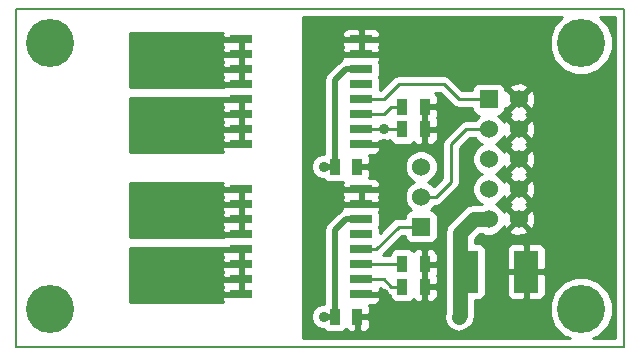
<source format=gtl>
G04 (created by PCBNEW (2013-mar-13)-testing) date Thu 04 Apr 2013 06:28:06 PM CEST*
%MOIN*%
G04 Gerber Fmt 3.4, Leading zero omitted, Abs format*
%FSLAX34Y34*%
G01*
G70*
G90*
G04 APERTURE LIST*
%ADD10C,0.006*%
%ADD11C,0.00590551*%
%ADD12R,0.075X0.025*%
%ADD13R,0.035X0.055*%
%ADD14R,0.06X0.06*%
%ADD15C,0.06*%
%ADD16R,0.1X0.1*%
%ADD17C,0.1*%
%ADD18C,0.16*%
%ADD19R,0.08X0.14*%
%ADD20C,0.035*%
%ADD21C,0.01*%
%ADD22C,0.05*%
%ADD23C,0.02*%
G04 APERTURE END LIST*
G54D10*
G54D11*
X90000Y-64250D02*
X90000Y-53000D01*
X69750Y-64250D02*
X69750Y-53000D01*
X90000Y-53000D02*
X69750Y-53000D01*
X69750Y-64250D02*
X90000Y-64250D01*
G54D12*
X77250Y-59000D03*
X77250Y-59500D03*
X77250Y-60000D03*
X77250Y-60500D03*
X77250Y-61000D03*
X77250Y-61500D03*
X77250Y-62000D03*
X77250Y-62500D03*
X81250Y-62500D03*
X81250Y-62000D03*
X81250Y-61500D03*
X81250Y-61000D03*
X81250Y-60500D03*
X81250Y-60000D03*
X81250Y-59500D03*
X81250Y-59000D03*
X77250Y-54000D03*
X77250Y-54500D03*
X77250Y-55000D03*
X77250Y-55500D03*
X77250Y-56000D03*
X77250Y-56500D03*
X77250Y-57000D03*
X77250Y-57500D03*
X81250Y-57500D03*
X81250Y-57000D03*
X81250Y-56500D03*
X81250Y-56000D03*
X81250Y-55500D03*
X81250Y-55000D03*
X81250Y-54500D03*
X81250Y-54000D03*
G54D13*
X82625Y-56250D03*
X83375Y-56250D03*
X82625Y-57000D03*
X83375Y-57000D03*
X82625Y-61500D03*
X83375Y-61500D03*
X82625Y-62250D03*
X83375Y-62250D03*
X80375Y-63250D03*
X81125Y-63250D03*
X80375Y-58250D03*
X81125Y-58250D03*
G54D14*
X85500Y-56000D03*
G54D15*
X86500Y-56000D03*
X85500Y-57000D03*
X86500Y-57000D03*
X85500Y-58000D03*
X86500Y-58000D03*
X85500Y-59000D03*
X86500Y-59000D03*
X85500Y-60000D03*
X86500Y-60000D03*
G54D14*
X83250Y-60250D03*
G54D15*
X83250Y-59250D03*
X83250Y-58250D03*
G54D16*
X75000Y-54750D03*
G54D17*
X75000Y-56750D03*
G54D16*
X75000Y-59750D03*
G54D17*
X75000Y-61750D03*
G54D18*
X70866Y-62992D03*
X70866Y-54133D03*
X88582Y-54133D03*
X88582Y-62992D03*
G54D19*
X84750Y-61750D03*
X86750Y-61750D03*
G54D20*
X82000Y-57000D03*
X84000Y-57000D03*
X82000Y-62500D03*
X82000Y-59000D03*
X82000Y-57500D03*
X84500Y-63250D03*
X80000Y-63250D03*
X80000Y-58250D03*
G54D21*
X81250Y-56000D02*
X82000Y-56000D01*
X84500Y-56000D02*
X85500Y-56000D01*
X84000Y-55500D02*
X84500Y-56000D01*
X82500Y-55500D02*
X84000Y-55500D01*
X82000Y-56000D02*
X82500Y-55500D01*
X81250Y-61000D02*
X81750Y-61000D01*
X82500Y-60250D02*
X83250Y-60250D01*
X81750Y-61000D02*
X82500Y-60250D01*
X82000Y-57000D02*
X82625Y-57000D01*
X81250Y-57000D02*
X82625Y-57000D01*
X81250Y-62000D02*
X82000Y-62000D01*
X82250Y-62250D02*
X82625Y-62250D01*
X82000Y-62000D02*
X82250Y-62250D01*
X83375Y-57000D02*
X84000Y-57000D01*
X81250Y-62500D02*
X82000Y-62500D01*
X81250Y-59000D02*
X82000Y-59000D01*
X81250Y-57500D02*
X82000Y-57500D01*
X81250Y-56500D02*
X82000Y-56500D01*
X82250Y-56250D02*
X82625Y-56250D01*
X82000Y-56500D02*
X82250Y-56250D01*
X83250Y-59250D02*
X83750Y-59250D01*
X84750Y-57000D02*
X85500Y-57000D01*
X84250Y-57500D02*
X84750Y-57000D01*
X84250Y-58750D02*
X84250Y-57500D01*
X83750Y-59250D02*
X84250Y-58750D01*
X81250Y-61500D02*
X82625Y-61500D01*
G54D22*
X85500Y-60000D02*
X85000Y-60000D01*
X84550Y-63200D02*
X84550Y-62000D01*
X84500Y-63250D02*
X84550Y-63200D01*
X84550Y-62000D02*
X84550Y-60950D01*
X84550Y-60450D02*
X84550Y-60950D01*
X85000Y-60000D02*
X84550Y-60450D01*
G54D23*
X80000Y-63250D02*
X80375Y-63250D01*
X80000Y-58250D02*
X80375Y-58250D01*
X81250Y-60000D02*
X80750Y-60000D01*
X80750Y-60000D02*
X80375Y-60375D01*
X80375Y-60375D02*
X80375Y-63250D01*
X81250Y-55000D02*
X80750Y-55000D01*
X80750Y-55000D02*
X80375Y-55375D01*
X80375Y-55375D02*
X80375Y-58250D01*
G54D10*
G36*
X89720Y-63970D02*
X88964Y-63970D01*
X89176Y-63882D01*
X89472Y-63587D01*
X89632Y-63201D01*
X89632Y-62784D01*
X89473Y-62398D01*
X89178Y-62102D01*
X88792Y-61942D01*
X88374Y-61941D01*
X87988Y-62101D01*
X87693Y-62396D01*
X87532Y-62782D01*
X87532Y-63200D01*
X87692Y-63586D01*
X87987Y-63881D01*
X88200Y-63970D01*
X87400Y-63970D01*
X87400Y-62400D01*
X87400Y-61099D01*
X87399Y-61000D01*
X87361Y-60908D01*
X87291Y-60837D01*
X87199Y-60799D01*
X87054Y-60799D01*
X87054Y-60081D01*
X87054Y-59081D01*
X87054Y-58081D01*
X87054Y-57081D01*
X87054Y-56081D01*
X87043Y-55863D01*
X86981Y-55712D01*
X86885Y-55684D01*
X86815Y-55755D01*
X86815Y-55614D01*
X86787Y-55518D01*
X86581Y-55445D01*
X86363Y-55456D01*
X86212Y-55518D01*
X86184Y-55614D01*
X86500Y-55929D01*
X86815Y-55614D01*
X86815Y-55755D01*
X86570Y-56000D01*
X86885Y-56315D01*
X86981Y-56287D01*
X87054Y-56081D01*
X87054Y-57081D01*
X87043Y-56863D01*
X86981Y-56712D01*
X86885Y-56684D01*
X86815Y-56755D01*
X86815Y-56614D01*
X86787Y-56518D01*
X86739Y-56501D01*
X86787Y-56481D01*
X86815Y-56385D01*
X86500Y-56070D01*
X86184Y-56385D01*
X86212Y-56481D01*
X86260Y-56498D01*
X86212Y-56518D01*
X86184Y-56614D01*
X86500Y-56929D01*
X86815Y-56614D01*
X86815Y-56755D01*
X86570Y-57000D01*
X86885Y-57315D01*
X86981Y-57287D01*
X87054Y-57081D01*
X87054Y-58081D01*
X87043Y-57863D01*
X86981Y-57712D01*
X86885Y-57684D01*
X86815Y-57755D01*
X86815Y-57614D01*
X86787Y-57518D01*
X86739Y-57501D01*
X86787Y-57481D01*
X86815Y-57385D01*
X86500Y-57070D01*
X86184Y-57385D01*
X86212Y-57481D01*
X86260Y-57498D01*
X86212Y-57518D01*
X86184Y-57614D01*
X86500Y-57929D01*
X86815Y-57614D01*
X86815Y-57755D01*
X86570Y-58000D01*
X86885Y-58315D01*
X86981Y-58287D01*
X87054Y-58081D01*
X87054Y-59081D01*
X87043Y-58863D01*
X86981Y-58712D01*
X86885Y-58684D01*
X86815Y-58755D01*
X86815Y-58614D01*
X86787Y-58518D01*
X86739Y-58501D01*
X86787Y-58481D01*
X86815Y-58385D01*
X86500Y-58070D01*
X86184Y-58385D01*
X86212Y-58481D01*
X86260Y-58498D01*
X86212Y-58518D01*
X86184Y-58614D01*
X86500Y-58929D01*
X86815Y-58614D01*
X86815Y-58755D01*
X86570Y-59000D01*
X86885Y-59315D01*
X86981Y-59287D01*
X87054Y-59081D01*
X87054Y-60081D01*
X87043Y-59863D01*
X86981Y-59712D01*
X86885Y-59684D01*
X86815Y-59755D01*
X86815Y-59614D01*
X86787Y-59518D01*
X86739Y-59501D01*
X86787Y-59481D01*
X86815Y-59385D01*
X86500Y-59070D01*
X86184Y-59385D01*
X86212Y-59481D01*
X86260Y-59498D01*
X86212Y-59518D01*
X86184Y-59614D01*
X86500Y-59929D01*
X86815Y-59614D01*
X86815Y-59755D01*
X86570Y-60000D01*
X86885Y-60315D01*
X86981Y-60287D01*
X87054Y-60081D01*
X87054Y-60799D01*
X86862Y-60800D01*
X86815Y-60847D01*
X86815Y-60385D01*
X86500Y-60070D01*
X86429Y-60141D01*
X86429Y-60000D01*
X86114Y-59684D01*
X86018Y-59712D01*
X85999Y-59767D01*
X85966Y-59688D01*
X85811Y-59534D01*
X85730Y-59500D01*
X85811Y-59466D01*
X85965Y-59311D01*
X85997Y-59236D01*
X86018Y-59287D01*
X86114Y-59315D01*
X86429Y-59000D01*
X86114Y-58684D01*
X86018Y-58712D01*
X85999Y-58767D01*
X85966Y-58688D01*
X85811Y-58534D01*
X85730Y-58500D01*
X85811Y-58466D01*
X85965Y-58311D01*
X85997Y-58236D01*
X86018Y-58287D01*
X86114Y-58315D01*
X86429Y-58000D01*
X86114Y-57684D01*
X86018Y-57712D01*
X85999Y-57767D01*
X85966Y-57688D01*
X85811Y-57534D01*
X85730Y-57500D01*
X85811Y-57466D01*
X85965Y-57311D01*
X85997Y-57236D01*
X86018Y-57287D01*
X86114Y-57315D01*
X86429Y-57000D01*
X86114Y-56684D01*
X86018Y-56712D01*
X85999Y-56767D01*
X85966Y-56688D01*
X85827Y-56550D01*
X85849Y-56550D01*
X85941Y-56512D01*
X86011Y-56441D01*
X86049Y-56349D01*
X86050Y-56296D01*
X86114Y-56315D01*
X86429Y-56000D01*
X86114Y-55684D01*
X86050Y-55703D01*
X86050Y-55650D01*
X86012Y-55558D01*
X85941Y-55488D01*
X85849Y-55450D01*
X85750Y-55449D01*
X85150Y-55449D01*
X85058Y-55487D01*
X84988Y-55558D01*
X84950Y-55650D01*
X84950Y-55700D01*
X84624Y-55700D01*
X84212Y-55287D01*
X84114Y-55222D01*
X84000Y-55200D01*
X82500Y-55200D01*
X82385Y-55222D01*
X82287Y-55287D01*
X81875Y-55700D01*
X81864Y-55700D01*
X81874Y-55674D01*
X81875Y-55575D01*
X81875Y-55325D01*
X81843Y-55249D01*
X81874Y-55174D01*
X81875Y-55075D01*
X81875Y-54825D01*
X81843Y-54750D01*
X81875Y-54674D01*
X81875Y-54325D01*
X81843Y-54250D01*
X81875Y-54174D01*
X81875Y-53825D01*
X81837Y-53733D01*
X81766Y-53663D01*
X81674Y-53625D01*
X81575Y-53624D01*
X81362Y-53625D01*
X81300Y-53687D01*
X81300Y-53950D01*
X81812Y-53950D01*
X81875Y-53887D01*
X81875Y-53825D01*
X81875Y-54174D01*
X81875Y-54112D01*
X81812Y-54050D01*
X81300Y-54050D01*
X81300Y-54187D01*
X81300Y-54312D01*
X81300Y-54450D01*
X81812Y-54450D01*
X81875Y-54387D01*
X81875Y-54325D01*
X81875Y-54674D01*
X81875Y-54612D01*
X81812Y-54550D01*
X81300Y-54550D01*
X81300Y-54557D01*
X81200Y-54557D01*
X81200Y-54550D01*
X81200Y-54450D01*
X81200Y-54312D01*
X81200Y-54187D01*
X81200Y-54050D01*
X81200Y-53950D01*
X81200Y-53687D01*
X81137Y-53625D01*
X80924Y-53624D01*
X80825Y-53625D01*
X80733Y-53663D01*
X80662Y-53733D01*
X80624Y-53825D01*
X80625Y-53887D01*
X80687Y-53950D01*
X81200Y-53950D01*
X81200Y-54050D01*
X80687Y-54050D01*
X80625Y-54112D01*
X80624Y-54174D01*
X80656Y-54250D01*
X80624Y-54325D01*
X80625Y-54387D01*
X80687Y-54450D01*
X81200Y-54450D01*
X81200Y-54550D01*
X80687Y-54550D01*
X80625Y-54612D01*
X80624Y-54674D01*
X80625Y-54674D01*
X80616Y-54676D01*
X80502Y-54752D01*
X80127Y-55127D01*
X80051Y-55241D01*
X80025Y-55375D01*
X80025Y-57796D01*
X79996Y-57824D01*
X79915Y-57824D01*
X79759Y-57889D01*
X79639Y-58008D01*
X79575Y-58165D01*
X79574Y-58334D01*
X79639Y-58490D01*
X79758Y-58610D01*
X79915Y-58674D01*
X79996Y-58674D01*
X80058Y-58736D01*
X80150Y-58774D01*
X80249Y-58775D01*
X80599Y-58775D01*
X80655Y-58751D01*
X80624Y-58825D01*
X80625Y-58887D01*
X80687Y-58950D01*
X81200Y-58950D01*
X81200Y-58942D01*
X81300Y-58942D01*
X81300Y-58950D01*
X81812Y-58950D01*
X81875Y-58887D01*
X81875Y-58825D01*
X81837Y-58733D01*
X81766Y-58663D01*
X81674Y-58625D01*
X81575Y-58624D01*
X81529Y-58624D01*
X81549Y-58574D01*
X81550Y-58475D01*
X81550Y-58362D01*
X81487Y-58300D01*
X81175Y-58300D01*
X81175Y-58307D01*
X81075Y-58307D01*
X81075Y-58300D01*
X81067Y-58300D01*
X81067Y-58200D01*
X81075Y-58200D01*
X81075Y-58192D01*
X81175Y-58192D01*
X81175Y-58200D01*
X81487Y-58200D01*
X81550Y-58137D01*
X81550Y-58024D01*
X81549Y-57925D01*
X81529Y-57875D01*
X81575Y-57875D01*
X81674Y-57874D01*
X81766Y-57836D01*
X81837Y-57766D01*
X81875Y-57674D01*
X81875Y-57612D01*
X81812Y-57550D01*
X81300Y-57550D01*
X81300Y-57557D01*
X81200Y-57557D01*
X81200Y-57550D01*
X81192Y-57550D01*
X81192Y-57450D01*
X81200Y-57450D01*
X81200Y-57442D01*
X81300Y-57442D01*
X81300Y-57450D01*
X81812Y-57450D01*
X81860Y-57402D01*
X81915Y-57424D01*
X82084Y-57425D01*
X82218Y-57369D01*
X82237Y-57416D01*
X82308Y-57486D01*
X82400Y-57524D01*
X82499Y-57525D01*
X82849Y-57525D01*
X82941Y-57487D01*
X83000Y-57428D01*
X83058Y-57487D01*
X83150Y-57525D01*
X83262Y-57525D01*
X83325Y-57462D01*
X83325Y-57050D01*
X83317Y-57050D01*
X83317Y-56950D01*
X83325Y-56950D01*
X83325Y-56712D01*
X83325Y-56537D01*
X83325Y-56300D01*
X83317Y-56300D01*
X83317Y-56200D01*
X83325Y-56200D01*
X83325Y-56192D01*
X83425Y-56192D01*
X83425Y-56200D01*
X83737Y-56200D01*
X83800Y-56137D01*
X83800Y-56024D01*
X83799Y-55925D01*
X83761Y-55833D01*
X83728Y-55800D01*
X83875Y-55800D01*
X84287Y-56212D01*
X84287Y-56212D01*
X84385Y-56277D01*
X84500Y-56300D01*
X84949Y-56300D01*
X84949Y-56349D01*
X84987Y-56441D01*
X85058Y-56511D01*
X85150Y-56549D01*
X85172Y-56549D01*
X85034Y-56688D01*
X85029Y-56700D01*
X84750Y-56700D01*
X84635Y-56722D01*
X84537Y-56787D01*
X84037Y-57287D01*
X83972Y-57385D01*
X83950Y-57500D01*
X83950Y-58625D01*
X83676Y-58898D01*
X83561Y-58784D01*
X83480Y-58750D01*
X83561Y-58716D01*
X83715Y-58561D01*
X83799Y-58359D01*
X83800Y-58141D01*
X83800Y-58140D01*
X83800Y-57225D01*
X83800Y-56774D01*
X83799Y-56675D01*
X83779Y-56625D01*
X83799Y-56574D01*
X83800Y-56475D01*
X83800Y-56362D01*
X83737Y-56300D01*
X83425Y-56300D01*
X83425Y-56537D01*
X83425Y-56712D01*
X83425Y-56950D01*
X83737Y-56950D01*
X83800Y-56887D01*
X83800Y-56774D01*
X83800Y-57225D01*
X83800Y-57112D01*
X83737Y-57050D01*
X83425Y-57050D01*
X83425Y-57462D01*
X83487Y-57525D01*
X83599Y-57525D01*
X83691Y-57487D01*
X83761Y-57416D01*
X83799Y-57324D01*
X83800Y-57225D01*
X83800Y-58140D01*
X83716Y-57938D01*
X83561Y-57784D01*
X83359Y-57700D01*
X83141Y-57699D01*
X82938Y-57783D01*
X82784Y-57938D01*
X82700Y-58140D01*
X82699Y-58358D01*
X82783Y-58561D01*
X82938Y-58715D01*
X83019Y-58749D01*
X82938Y-58783D01*
X82784Y-58938D01*
X82700Y-59140D01*
X82699Y-59358D01*
X82783Y-59561D01*
X82922Y-59699D01*
X82900Y-59699D01*
X82808Y-59737D01*
X82738Y-59808D01*
X82700Y-59900D01*
X82700Y-59950D01*
X82500Y-59950D01*
X82385Y-59972D01*
X82287Y-60037D01*
X81875Y-60450D01*
X81875Y-60325D01*
X81843Y-60249D01*
X81874Y-60174D01*
X81875Y-60075D01*
X81875Y-59825D01*
X81843Y-59750D01*
X81875Y-59674D01*
X81875Y-59325D01*
X81843Y-59250D01*
X81875Y-59174D01*
X81875Y-59112D01*
X81812Y-59050D01*
X81300Y-59050D01*
X81300Y-59187D01*
X81300Y-59312D01*
X81300Y-59450D01*
X81812Y-59450D01*
X81875Y-59387D01*
X81875Y-59325D01*
X81875Y-59674D01*
X81875Y-59612D01*
X81812Y-59550D01*
X81300Y-59550D01*
X81300Y-59557D01*
X81200Y-59557D01*
X81200Y-59550D01*
X81200Y-59450D01*
X81200Y-59312D01*
X81200Y-59187D01*
X81200Y-59050D01*
X80687Y-59050D01*
X80625Y-59112D01*
X80624Y-59174D01*
X80656Y-59250D01*
X80624Y-59325D01*
X80625Y-59387D01*
X80687Y-59450D01*
X81200Y-59450D01*
X81200Y-59550D01*
X80687Y-59550D01*
X80625Y-59612D01*
X80624Y-59674D01*
X80625Y-59674D01*
X80616Y-59676D01*
X80502Y-59752D01*
X80127Y-60127D01*
X80051Y-60241D01*
X80025Y-60375D01*
X80025Y-62796D01*
X79996Y-62824D01*
X79915Y-62824D01*
X79759Y-62889D01*
X79639Y-63008D01*
X79575Y-63165D01*
X79574Y-63334D01*
X79639Y-63490D01*
X79758Y-63610D01*
X79915Y-63674D01*
X79996Y-63674D01*
X80058Y-63736D01*
X80150Y-63774D01*
X80249Y-63775D01*
X80599Y-63775D01*
X80691Y-63737D01*
X80750Y-63678D01*
X80808Y-63737D01*
X80900Y-63775D01*
X81012Y-63775D01*
X81075Y-63712D01*
X81075Y-63300D01*
X81067Y-63300D01*
X81067Y-63200D01*
X81075Y-63200D01*
X81075Y-63192D01*
X81175Y-63192D01*
X81175Y-63200D01*
X81487Y-63200D01*
X81550Y-63137D01*
X81550Y-63024D01*
X81549Y-62925D01*
X81529Y-62875D01*
X81575Y-62875D01*
X81674Y-62874D01*
X81766Y-62836D01*
X81837Y-62766D01*
X81875Y-62674D01*
X81875Y-62612D01*
X81812Y-62550D01*
X81300Y-62550D01*
X81300Y-62557D01*
X81200Y-62557D01*
X81200Y-62550D01*
X81192Y-62550D01*
X81192Y-62450D01*
X81200Y-62450D01*
X81200Y-62442D01*
X81300Y-62442D01*
X81300Y-62450D01*
X81812Y-62450D01*
X81875Y-62387D01*
X81875Y-62325D01*
X81864Y-62300D01*
X81875Y-62300D01*
X82037Y-62462D01*
X82037Y-62462D01*
X82135Y-62527D01*
X82199Y-62540D01*
X82199Y-62574D01*
X82237Y-62666D01*
X82308Y-62736D01*
X82400Y-62774D01*
X82499Y-62775D01*
X82849Y-62775D01*
X82941Y-62737D01*
X83000Y-62678D01*
X83058Y-62737D01*
X83150Y-62775D01*
X83262Y-62775D01*
X83325Y-62712D01*
X83325Y-62300D01*
X83317Y-62300D01*
X83317Y-62200D01*
X83325Y-62200D01*
X83325Y-61962D01*
X83325Y-61787D01*
X83325Y-61550D01*
X83317Y-61550D01*
X83317Y-61450D01*
X83325Y-61450D01*
X83325Y-61037D01*
X83262Y-60975D01*
X83150Y-60974D01*
X83058Y-61012D01*
X82999Y-61071D01*
X82941Y-61013D01*
X82849Y-60975D01*
X82750Y-60974D01*
X82400Y-60974D01*
X82308Y-61012D01*
X82238Y-61083D01*
X82200Y-61175D01*
X82200Y-61200D01*
X81974Y-61200D01*
X82624Y-60550D01*
X82699Y-60550D01*
X82699Y-60599D01*
X82737Y-60691D01*
X82808Y-60761D01*
X82900Y-60799D01*
X82999Y-60800D01*
X83599Y-60800D01*
X83691Y-60762D01*
X83761Y-60691D01*
X83799Y-60599D01*
X83800Y-60500D01*
X83800Y-59900D01*
X83762Y-59808D01*
X83691Y-59738D01*
X83599Y-59700D01*
X83577Y-59700D01*
X83715Y-59561D01*
X83720Y-59550D01*
X83750Y-59550D01*
X83750Y-59549D01*
X83864Y-59527D01*
X83864Y-59527D01*
X83962Y-59462D01*
X84462Y-58962D01*
X84462Y-58962D01*
X84527Y-58864D01*
X84549Y-58750D01*
X84550Y-58750D01*
X84550Y-57624D01*
X84874Y-57300D01*
X85028Y-57300D01*
X85033Y-57311D01*
X85188Y-57465D01*
X85269Y-57499D01*
X85188Y-57533D01*
X85034Y-57688D01*
X84950Y-57890D01*
X84949Y-58108D01*
X85033Y-58311D01*
X85188Y-58465D01*
X85269Y-58499D01*
X85188Y-58533D01*
X85034Y-58688D01*
X84950Y-58890D01*
X84949Y-59108D01*
X85033Y-59311D01*
X85188Y-59465D01*
X85269Y-59499D01*
X85269Y-59500D01*
X85000Y-59500D01*
X84808Y-59538D01*
X84646Y-59646D01*
X84196Y-60096D01*
X84088Y-60258D01*
X84049Y-60450D01*
X84050Y-60450D01*
X84050Y-60950D01*
X84050Y-62000D01*
X84050Y-63040D01*
X84038Y-63058D01*
X83999Y-63250D01*
X84038Y-63441D01*
X84146Y-63603D01*
X84308Y-63711D01*
X84500Y-63750D01*
X84691Y-63711D01*
X84853Y-63603D01*
X84903Y-63553D01*
X85011Y-63391D01*
X85050Y-63200D01*
X85050Y-62700D01*
X85199Y-62700D01*
X85291Y-62662D01*
X85361Y-62591D01*
X85399Y-62499D01*
X85400Y-62400D01*
X85400Y-61000D01*
X85362Y-60908D01*
X85291Y-60838D01*
X85199Y-60800D01*
X85100Y-60799D01*
X85050Y-60799D01*
X85050Y-60657D01*
X85207Y-60500D01*
X85269Y-60500D01*
X85390Y-60549D01*
X85608Y-60550D01*
X85811Y-60466D01*
X85965Y-60311D01*
X85997Y-60236D01*
X86018Y-60287D01*
X86114Y-60315D01*
X86429Y-60000D01*
X86429Y-60141D01*
X86184Y-60385D01*
X86212Y-60481D01*
X86418Y-60554D01*
X86636Y-60543D01*
X86787Y-60481D01*
X86815Y-60385D01*
X86815Y-60847D01*
X86800Y-60862D01*
X86800Y-61700D01*
X87337Y-61700D01*
X87400Y-61637D01*
X87400Y-61099D01*
X87400Y-62400D01*
X87400Y-61862D01*
X87337Y-61800D01*
X86800Y-61800D01*
X86800Y-62637D01*
X86862Y-62700D01*
X87199Y-62700D01*
X87291Y-62662D01*
X87361Y-62591D01*
X87399Y-62499D01*
X87400Y-62400D01*
X87400Y-63970D01*
X86700Y-63970D01*
X86700Y-62637D01*
X86700Y-61800D01*
X86700Y-61700D01*
X86700Y-60862D01*
X86637Y-60800D01*
X86300Y-60799D01*
X86208Y-60837D01*
X86138Y-60908D01*
X86100Y-61000D01*
X86099Y-61099D01*
X86100Y-61637D01*
X86162Y-61700D01*
X86700Y-61700D01*
X86700Y-61800D01*
X86162Y-61800D01*
X86100Y-61862D01*
X86099Y-62400D01*
X86100Y-62499D01*
X86138Y-62591D01*
X86208Y-62662D01*
X86300Y-62700D01*
X86637Y-62700D01*
X86700Y-62637D01*
X86700Y-63970D01*
X83800Y-63970D01*
X83800Y-62475D01*
X83800Y-62024D01*
X83799Y-61925D01*
X83779Y-61875D01*
X83799Y-61824D01*
X83800Y-61725D01*
X83800Y-61274D01*
X83799Y-61175D01*
X83761Y-61083D01*
X83691Y-61012D01*
X83599Y-60974D01*
X83487Y-60975D01*
X83425Y-61037D01*
X83425Y-61450D01*
X83737Y-61450D01*
X83800Y-61387D01*
X83800Y-61274D01*
X83800Y-61725D01*
X83800Y-61612D01*
X83737Y-61550D01*
X83425Y-61550D01*
X83425Y-61787D01*
X83425Y-61962D01*
X83425Y-62200D01*
X83737Y-62200D01*
X83800Y-62137D01*
X83800Y-62024D01*
X83800Y-62475D01*
X83800Y-62362D01*
X83737Y-62300D01*
X83425Y-62300D01*
X83425Y-62712D01*
X83487Y-62775D01*
X83599Y-62775D01*
X83691Y-62737D01*
X83761Y-62666D01*
X83799Y-62574D01*
X83800Y-62475D01*
X83800Y-63970D01*
X81550Y-63970D01*
X81550Y-63475D01*
X81550Y-63362D01*
X81487Y-63300D01*
X81175Y-63300D01*
X81175Y-63712D01*
X81237Y-63775D01*
X81349Y-63775D01*
X81441Y-63737D01*
X81511Y-63666D01*
X81549Y-63574D01*
X81550Y-63475D01*
X81550Y-63970D01*
X79300Y-63970D01*
X79300Y-53279D01*
X87952Y-53279D01*
X87693Y-53538D01*
X87532Y-53924D01*
X87532Y-54341D01*
X87692Y-54727D01*
X87987Y-55023D01*
X88372Y-55183D01*
X88790Y-55184D01*
X89176Y-55024D01*
X89472Y-54729D01*
X89632Y-54343D01*
X89632Y-53925D01*
X89473Y-53539D01*
X89213Y-53279D01*
X89720Y-53279D01*
X89720Y-63970D01*
X89720Y-63970D01*
G37*
G54D21*
X89720Y-63970D02*
X88964Y-63970D01*
X89176Y-63882D01*
X89472Y-63587D01*
X89632Y-63201D01*
X89632Y-62784D01*
X89473Y-62398D01*
X89178Y-62102D01*
X88792Y-61942D01*
X88374Y-61941D01*
X87988Y-62101D01*
X87693Y-62396D01*
X87532Y-62782D01*
X87532Y-63200D01*
X87692Y-63586D01*
X87987Y-63881D01*
X88200Y-63970D01*
X87400Y-63970D01*
X87400Y-62400D01*
X87400Y-61099D01*
X87399Y-61000D01*
X87361Y-60908D01*
X87291Y-60837D01*
X87199Y-60799D01*
X87054Y-60799D01*
X87054Y-60081D01*
X87054Y-59081D01*
X87054Y-58081D01*
X87054Y-57081D01*
X87054Y-56081D01*
X87043Y-55863D01*
X86981Y-55712D01*
X86885Y-55684D01*
X86815Y-55755D01*
X86815Y-55614D01*
X86787Y-55518D01*
X86581Y-55445D01*
X86363Y-55456D01*
X86212Y-55518D01*
X86184Y-55614D01*
X86500Y-55929D01*
X86815Y-55614D01*
X86815Y-55755D01*
X86570Y-56000D01*
X86885Y-56315D01*
X86981Y-56287D01*
X87054Y-56081D01*
X87054Y-57081D01*
X87043Y-56863D01*
X86981Y-56712D01*
X86885Y-56684D01*
X86815Y-56755D01*
X86815Y-56614D01*
X86787Y-56518D01*
X86739Y-56501D01*
X86787Y-56481D01*
X86815Y-56385D01*
X86500Y-56070D01*
X86184Y-56385D01*
X86212Y-56481D01*
X86260Y-56498D01*
X86212Y-56518D01*
X86184Y-56614D01*
X86500Y-56929D01*
X86815Y-56614D01*
X86815Y-56755D01*
X86570Y-57000D01*
X86885Y-57315D01*
X86981Y-57287D01*
X87054Y-57081D01*
X87054Y-58081D01*
X87043Y-57863D01*
X86981Y-57712D01*
X86885Y-57684D01*
X86815Y-57755D01*
X86815Y-57614D01*
X86787Y-57518D01*
X86739Y-57501D01*
X86787Y-57481D01*
X86815Y-57385D01*
X86500Y-57070D01*
X86184Y-57385D01*
X86212Y-57481D01*
X86260Y-57498D01*
X86212Y-57518D01*
X86184Y-57614D01*
X86500Y-57929D01*
X86815Y-57614D01*
X86815Y-57755D01*
X86570Y-58000D01*
X86885Y-58315D01*
X86981Y-58287D01*
X87054Y-58081D01*
X87054Y-59081D01*
X87043Y-58863D01*
X86981Y-58712D01*
X86885Y-58684D01*
X86815Y-58755D01*
X86815Y-58614D01*
X86787Y-58518D01*
X86739Y-58501D01*
X86787Y-58481D01*
X86815Y-58385D01*
X86500Y-58070D01*
X86184Y-58385D01*
X86212Y-58481D01*
X86260Y-58498D01*
X86212Y-58518D01*
X86184Y-58614D01*
X86500Y-58929D01*
X86815Y-58614D01*
X86815Y-58755D01*
X86570Y-59000D01*
X86885Y-59315D01*
X86981Y-59287D01*
X87054Y-59081D01*
X87054Y-60081D01*
X87043Y-59863D01*
X86981Y-59712D01*
X86885Y-59684D01*
X86815Y-59755D01*
X86815Y-59614D01*
X86787Y-59518D01*
X86739Y-59501D01*
X86787Y-59481D01*
X86815Y-59385D01*
X86500Y-59070D01*
X86184Y-59385D01*
X86212Y-59481D01*
X86260Y-59498D01*
X86212Y-59518D01*
X86184Y-59614D01*
X86500Y-59929D01*
X86815Y-59614D01*
X86815Y-59755D01*
X86570Y-60000D01*
X86885Y-60315D01*
X86981Y-60287D01*
X87054Y-60081D01*
X87054Y-60799D01*
X86862Y-60800D01*
X86815Y-60847D01*
X86815Y-60385D01*
X86500Y-60070D01*
X86429Y-60141D01*
X86429Y-60000D01*
X86114Y-59684D01*
X86018Y-59712D01*
X85999Y-59767D01*
X85966Y-59688D01*
X85811Y-59534D01*
X85730Y-59500D01*
X85811Y-59466D01*
X85965Y-59311D01*
X85997Y-59236D01*
X86018Y-59287D01*
X86114Y-59315D01*
X86429Y-59000D01*
X86114Y-58684D01*
X86018Y-58712D01*
X85999Y-58767D01*
X85966Y-58688D01*
X85811Y-58534D01*
X85730Y-58500D01*
X85811Y-58466D01*
X85965Y-58311D01*
X85997Y-58236D01*
X86018Y-58287D01*
X86114Y-58315D01*
X86429Y-58000D01*
X86114Y-57684D01*
X86018Y-57712D01*
X85999Y-57767D01*
X85966Y-57688D01*
X85811Y-57534D01*
X85730Y-57500D01*
X85811Y-57466D01*
X85965Y-57311D01*
X85997Y-57236D01*
X86018Y-57287D01*
X86114Y-57315D01*
X86429Y-57000D01*
X86114Y-56684D01*
X86018Y-56712D01*
X85999Y-56767D01*
X85966Y-56688D01*
X85827Y-56550D01*
X85849Y-56550D01*
X85941Y-56512D01*
X86011Y-56441D01*
X86049Y-56349D01*
X86050Y-56296D01*
X86114Y-56315D01*
X86429Y-56000D01*
X86114Y-55684D01*
X86050Y-55703D01*
X86050Y-55650D01*
X86012Y-55558D01*
X85941Y-55488D01*
X85849Y-55450D01*
X85750Y-55449D01*
X85150Y-55449D01*
X85058Y-55487D01*
X84988Y-55558D01*
X84950Y-55650D01*
X84950Y-55700D01*
X84624Y-55700D01*
X84212Y-55287D01*
X84114Y-55222D01*
X84000Y-55200D01*
X82500Y-55200D01*
X82385Y-55222D01*
X82287Y-55287D01*
X81875Y-55700D01*
X81864Y-55700D01*
X81874Y-55674D01*
X81875Y-55575D01*
X81875Y-55325D01*
X81843Y-55249D01*
X81874Y-55174D01*
X81875Y-55075D01*
X81875Y-54825D01*
X81843Y-54750D01*
X81875Y-54674D01*
X81875Y-54325D01*
X81843Y-54250D01*
X81875Y-54174D01*
X81875Y-53825D01*
X81837Y-53733D01*
X81766Y-53663D01*
X81674Y-53625D01*
X81575Y-53624D01*
X81362Y-53625D01*
X81300Y-53687D01*
X81300Y-53950D01*
X81812Y-53950D01*
X81875Y-53887D01*
X81875Y-53825D01*
X81875Y-54174D01*
X81875Y-54112D01*
X81812Y-54050D01*
X81300Y-54050D01*
X81300Y-54187D01*
X81300Y-54312D01*
X81300Y-54450D01*
X81812Y-54450D01*
X81875Y-54387D01*
X81875Y-54325D01*
X81875Y-54674D01*
X81875Y-54612D01*
X81812Y-54550D01*
X81300Y-54550D01*
X81300Y-54557D01*
X81200Y-54557D01*
X81200Y-54550D01*
X81200Y-54450D01*
X81200Y-54312D01*
X81200Y-54187D01*
X81200Y-54050D01*
X81200Y-53950D01*
X81200Y-53687D01*
X81137Y-53625D01*
X80924Y-53624D01*
X80825Y-53625D01*
X80733Y-53663D01*
X80662Y-53733D01*
X80624Y-53825D01*
X80625Y-53887D01*
X80687Y-53950D01*
X81200Y-53950D01*
X81200Y-54050D01*
X80687Y-54050D01*
X80625Y-54112D01*
X80624Y-54174D01*
X80656Y-54250D01*
X80624Y-54325D01*
X80625Y-54387D01*
X80687Y-54450D01*
X81200Y-54450D01*
X81200Y-54550D01*
X80687Y-54550D01*
X80625Y-54612D01*
X80624Y-54674D01*
X80625Y-54674D01*
X80616Y-54676D01*
X80502Y-54752D01*
X80127Y-55127D01*
X80051Y-55241D01*
X80025Y-55375D01*
X80025Y-57796D01*
X79996Y-57824D01*
X79915Y-57824D01*
X79759Y-57889D01*
X79639Y-58008D01*
X79575Y-58165D01*
X79574Y-58334D01*
X79639Y-58490D01*
X79758Y-58610D01*
X79915Y-58674D01*
X79996Y-58674D01*
X80058Y-58736D01*
X80150Y-58774D01*
X80249Y-58775D01*
X80599Y-58775D01*
X80655Y-58751D01*
X80624Y-58825D01*
X80625Y-58887D01*
X80687Y-58950D01*
X81200Y-58950D01*
X81200Y-58942D01*
X81300Y-58942D01*
X81300Y-58950D01*
X81812Y-58950D01*
X81875Y-58887D01*
X81875Y-58825D01*
X81837Y-58733D01*
X81766Y-58663D01*
X81674Y-58625D01*
X81575Y-58624D01*
X81529Y-58624D01*
X81549Y-58574D01*
X81550Y-58475D01*
X81550Y-58362D01*
X81487Y-58300D01*
X81175Y-58300D01*
X81175Y-58307D01*
X81075Y-58307D01*
X81075Y-58300D01*
X81067Y-58300D01*
X81067Y-58200D01*
X81075Y-58200D01*
X81075Y-58192D01*
X81175Y-58192D01*
X81175Y-58200D01*
X81487Y-58200D01*
X81550Y-58137D01*
X81550Y-58024D01*
X81549Y-57925D01*
X81529Y-57875D01*
X81575Y-57875D01*
X81674Y-57874D01*
X81766Y-57836D01*
X81837Y-57766D01*
X81875Y-57674D01*
X81875Y-57612D01*
X81812Y-57550D01*
X81300Y-57550D01*
X81300Y-57557D01*
X81200Y-57557D01*
X81200Y-57550D01*
X81192Y-57550D01*
X81192Y-57450D01*
X81200Y-57450D01*
X81200Y-57442D01*
X81300Y-57442D01*
X81300Y-57450D01*
X81812Y-57450D01*
X81860Y-57402D01*
X81915Y-57424D01*
X82084Y-57425D01*
X82218Y-57369D01*
X82237Y-57416D01*
X82308Y-57486D01*
X82400Y-57524D01*
X82499Y-57525D01*
X82849Y-57525D01*
X82941Y-57487D01*
X83000Y-57428D01*
X83058Y-57487D01*
X83150Y-57525D01*
X83262Y-57525D01*
X83325Y-57462D01*
X83325Y-57050D01*
X83317Y-57050D01*
X83317Y-56950D01*
X83325Y-56950D01*
X83325Y-56712D01*
X83325Y-56537D01*
X83325Y-56300D01*
X83317Y-56300D01*
X83317Y-56200D01*
X83325Y-56200D01*
X83325Y-56192D01*
X83425Y-56192D01*
X83425Y-56200D01*
X83737Y-56200D01*
X83800Y-56137D01*
X83800Y-56024D01*
X83799Y-55925D01*
X83761Y-55833D01*
X83728Y-55800D01*
X83875Y-55800D01*
X84287Y-56212D01*
X84287Y-56212D01*
X84385Y-56277D01*
X84500Y-56300D01*
X84949Y-56300D01*
X84949Y-56349D01*
X84987Y-56441D01*
X85058Y-56511D01*
X85150Y-56549D01*
X85172Y-56549D01*
X85034Y-56688D01*
X85029Y-56700D01*
X84750Y-56700D01*
X84635Y-56722D01*
X84537Y-56787D01*
X84037Y-57287D01*
X83972Y-57385D01*
X83950Y-57500D01*
X83950Y-58625D01*
X83676Y-58898D01*
X83561Y-58784D01*
X83480Y-58750D01*
X83561Y-58716D01*
X83715Y-58561D01*
X83799Y-58359D01*
X83800Y-58141D01*
X83800Y-58140D01*
X83800Y-57225D01*
X83800Y-56774D01*
X83799Y-56675D01*
X83779Y-56625D01*
X83799Y-56574D01*
X83800Y-56475D01*
X83800Y-56362D01*
X83737Y-56300D01*
X83425Y-56300D01*
X83425Y-56537D01*
X83425Y-56712D01*
X83425Y-56950D01*
X83737Y-56950D01*
X83800Y-56887D01*
X83800Y-56774D01*
X83800Y-57225D01*
X83800Y-57112D01*
X83737Y-57050D01*
X83425Y-57050D01*
X83425Y-57462D01*
X83487Y-57525D01*
X83599Y-57525D01*
X83691Y-57487D01*
X83761Y-57416D01*
X83799Y-57324D01*
X83800Y-57225D01*
X83800Y-58140D01*
X83716Y-57938D01*
X83561Y-57784D01*
X83359Y-57700D01*
X83141Y-57699D01*
X82938Y-57783D01*
X82784Y-57938D01*
X82700Y-58140D01*
X82699Y-58358D01*
X82783Y-58561D01*
X82938Y-58715D01*
X83019Y-58749D01*
X82938Y-58783D01*
X82784Y-58938D01*
X82700Y-59140D01*
X82699Y-59358D01*
X82783Y-59561D01*
X82922Y-59699D01*
X82900Y-59699D01*
X82808Y-59737D01*
X82738Y-59808D01*
X82700Y-59900D01*
X82700Y-59950D01*
X82500Y-59950D01*
X82385Y-59972D01*
X82287Y-60037D01*
X81875Y-60450D01*
X81875Y-60325D01*
X81843Y-60249D01*
X81874Y-60174D01*
X81875Y-60075D01*
X81875Y-59825D01*
X81843Y-59750D01*
X81875Y-59674D01*
X81875Y-59325D01*
X81843Y-59250D01*
X81875Y-59174D01*
X81875Y-59112D01*
X81812Y-59050D01*
X81300Y-59050D01*
X81300Y-59187D01*
X81300Y-59312D01*
X81300Y-59450D01*
X81812Y-59450D01*
X81875Y-59387D01*
X81875Y-59325D01*
X81875Y-59674D01*
X81875Y-59612D01*
X81812Y-59550D01*
X81300Y-59550D01*
X81300Y-59557D01*
X81200Y-59557D01*
X81200Y-59550D01*
X81200Y-59450D01*
X81200Y-59312D01*
X81200Y-59187D01*
X81200Y-59050D01*
X80687Y-59050D01*
X80625Y-59112D01*
X80624Y-59174D01*
X80656Y-59250D01*
X80624Y-59325D01*
X80625Y-59387D01*
X80687Y-59450D01*
X81200Y-59450D01*
X81200Y-59550D01*
X80687Y-59550D01*
X80625Y-59612D01*
X80624Y-59674D01*
X80625Y-59674D01*
X80616Y-59676D01*
X80502Y-59752D01*
X80127Y-60127D01*
X80051Y-60241D01*
X80025Y-60375D01*
X80025Y-62796D01*
X79996Y-62824D01*
X79915Y-62824D01*
X79759Y-62889D01*
X79639Y-63008D01*
X79575Y-63165D01*
X79574Y-63334D01*
X79639Y-63490D01*
X79758Y-63610D01*
X79915Y-63674D01*
X79996Y-63674D01*
X80058Y-63736D01*
X80150Y-63774D01*
X80249Y-63775D01*
X80599Y-63775D01*
X80691Y-63737D01*
X80750Y-63678D01*
X80808Y-63737D01*
X80900Y-63775D01*
X81012Y-63775D01*
X81075Y-63712D01*
X81075Y-63300D01*
X81067Y-63300D01*
X81067Y-63200D01*
X81075Y-63200D01*
X81075Y-63192D01*
X81175Y-63192D01*
X81175Y-63200D01*
X81487Y-63200D01*
X81550Y-63137D01*
X81550Y-63024D01*
X81549Y-62925D01*
X81529Y-62875D01*
X81575Y-62875D01*
X81674Y-62874D01*
X81766Y-62836D01*
X81837Y-62766D01*
X81875Y-62674D01*
X81875Y-62612D01*
X81812Y-62550D01*
X81300Y-62550D01*
X81300Y-62557D01*
X81200Y-62557D01*
X81200Y-62550D01*
X81192Y-62550D01*
X81192Y-62450D01*
X81200Y-62450D01*
X81200Y-62442D01*
X81300Y-62442D01*
X81300Y-62450D01*
X81812Y-62450D01*
X81875Y-62387D01*
X81875Y-62325D01*
X81864Y-62300D01*
X81875Y-62300D01*
X82037Y-62462D01*
X82037Y-62462D01*
X82135Y-62527D01*
X82199Y-62540D01*
X82199Y-62574D01*
X82237Y-62666D01*
X82308Y-62736D01*
X82400Y-62774D01*
X82499Y-62775D01*
X82849Y-62775D01*
X82941Y-62737D01*
X83000Y-62678D01*
X83058Y-62737D01*
X83150Y-62775D01*
X83262Y-62775D01*
X83325Y-62712D01*
X83325Y-62300D01*
X83317Y-62300D01*
X83317Y-62200D01*
X83325Y-62200D01*
X83325Y-61962D01*
X83325Y-61787D01*
X83325Y-61550D01*
X83317Y-61550D01*
X83317Y-61450D01*
X83325Y-61450D01*
X83325Y-61037D01*
X83262Y-60975D01*
X83150Y-60974D01*
X83058Y-61012D01*
X82999Y-61071D01*
X82941Y-61013D01*
X82849Y-60975D01*
X82750Y-60974D01*
X82400Y-60974D01*
X82308Y-61012D01*
X82238Y-61083D01*
X82200Y-61175D01*
X82200Y-61200D01*
X81974Y-61200D01*
X82624Y-60550D01*
X82699Y-60550D01*
X82699Y-60599D01*
X82737Y-60691D01*
X82808Y-60761D01*
X82900Y-60799D01*
X82999Y-60800D01*
X83599Y-60800D01*
X83691Y-60762D01*
X83761Y-60691D01*
X83799Y-60599D01*
X83800Y-60500D01*
X83800Y-59900D01*
X83762Y-59808D01*
X83691Y-59738D01*
X83599Y-59700D01*
X83577Y-59700D01*
X83715Y-59561D01*
X83720Y-59550D01*
X83750Y-59550D01*
X83750Y-59549D01*
X83864Y-59527D01*
X83864Y-59527D01*
X83962Y-59462D01*
X84462Y-58962D01*
X84462Y-58962D01*
X84527Y-58864D01*
X84549Y-58750D01*
X84550Y-58750D01*
X84550Y-57624D01*
X84874Y-57300D01*
X85028Y-57300D01*
X85033Y-57311D01*
X85188Y-57465D01*
X85269Y-57499D01*
X85188Y-57533D01*
X85034Y-57688D01*
X84950Y-57890D01*
X84949Y-58108D01*
X85033Y-58311D01*
X85188Y-58465D01*
X85269Y-58499D01*
X85188Y-58533D01*
X85034Y-58688D01*
X84950Y-58890D01*
X84949Y-59108D01*
X85033Y-59311D01*
X85188Y-59465D01*
X85269Y-59499D01*
X85269Y-59500D01*
X85000Y-59500D01*
X84808Y-59538D01*
X84646Y-59646D01*
X84196Y-60096D01*
X84088Y-60258D01*
X84049Y-60450D01*
X84050Y-60450D01*
X84050Y-60950D01*
X84050Y-62000D01*
X84050Y-63040D01*
X84038Y-63058D01*
X83999Y-63250D01*
X84038Y-63441D01*
X84146Y-63603D01*
X84308Y-63711D01*
X84500Y-63750D01*
X84691Y-63711D01*
X84853Y-63603D01*
X84903Y-63553D01*
X85011Y-63391D01*
X85050Y-63200D01*
X85050Y-62700D01*
X85199Y-62700D01*
X85291Y-62662D01*
X85361Y-62591D01*
X85399Y-62499D01*
X85400Y-62400D01*
X85400Y-61000D01*
X85362Y-60908D01*
X85291Y-60838D01*
X85199Y-60800D01*
X85100Y-60799D01*
X85050Y-60799D01*
X85050Y-60657D01*
X85207Y-60500D01*
X85269Y-60500D01*
X85390Y-60549D01*
X85608Y-60550D01*
X85811Y-60466D01*
X85965Y-60311D01*
X85997Y-60236D01*
X86018Y-60287D01*
X86114Y-60315D01*
X86429Y-60000D01*
X86429Y-60141D01*
X86184Y-60385D01*
X86212Y-60481D01*
X86418Y-60554D01*
X86636Y-60543D01*
X86787Y-60481D01*
X86815Y-60385D01*
X86815Y-60847D01*
X86800Y-60862D01*
X86800Y-61700D01*
X87337Y-61700D01*
X87400Y-61637D01*
X87400Y-61099D01*
X87400Y-62400D01*
X87400Y-61862D01*
X87337Y-61800D01*
X86800Y-61800D01*
X86800Y-62637D01*
X86862Y-62700D01*
X87199Y-62700D01*
X87291Y-62662D01*
X87361Y-62591D01*
X87399Y-62499D01*
X87400Y-62400D01*
X87400Y-63970D01*
X86700Y-63970D01*
X86700Y-62637D01*
X86700Y-61800D01*
X86700Y-61700D01*
X86700Y-60862D01*
X86637Y-60800D01*
X86300Y-60799D01*
X86208Y-60837D01*
X86138Y-60908D01*
X86100Y-61000D01*
X86099Y-61099D01*
X86100Y-61637D01*
X86162Y-61700D01*
X86700Y-61700D01*
X86700Y-61800D01*
X86162Y-61800D01*
X86100Y-61862D01*
X86099Y-62400D01*
X86100Y-62499D01*
X86138Y-62591D01*
X86208Y-62662D01*
X86300Y-62700D01*
X86637Y-62700D01*
X86700Y-62637D01*
X86700Y-63970D01*
X83800Y-63970D01*
X83800Y-62475D01*
X83800Y-62024D01*
X83799Y-61925D01*
X83779Y-61875D01*
X83799Y-61824D01*
X83800Y-61725D01*
X83800Y-61274D01*
X83799Y-61175D01*
X83761Y-61083D01*
X83691Y-61012D01*
X83599Y-60974D01*
X83487Y-60975D01*
X83425Y-61037D01*
X83425Y-61450D01*
X83737Y-61450D01*
X83800Y-61387D01*
X83800Y-61274D01*
X83800Y-61725D01*
X83800Y-61612D01*
X83737Y-61550D01*
X83425Y-61550D01*
X83425Y-61787D01*
X83425Y-61962D01*
X83425Y-62200D01*
X83737Y-62200D01*
X83800Y-62137D01*
X83800Y-62024D01*
X83800Y-62475D01*
X83800Y-62362D01*
X83737Y-62300D01*
X83425Y-62300D01*
X83425Y-62712D01*
X83487Y-62775D01*
X83599Y-62775D01*
X83691Y-62737D01*
X83761Y-62666D01*
X83799Y-62574D01*
X83800Y-62475D01*
X83800Y-63970D01*
X81550Y-63970D01*
X81550Y-63475D01*
X81550Y-63362D01*
X81487Y-63300D01*
X81175Y-63300D01*
X81175Y-63712D01*
X81237Y-63775D01*
X81349Y-63775D01*
X81441Y-63737D01*
X81511Y-63666D01*
X81549Y-63574D01*
X81550Y-63475D01*
X81550Y-63970D01*
X79300Y-63970D01*
X79300Y-53279D01*
X87952Y-53279D01*
X87693Y-53538D01*
X87532Y-53924D01*
X87532Y-54341D01*
X87692Y-54727D01*
X87987Y-55023D01*
X88372Y-55183D01*
X88790Y-55184D01*
X89176Y-55024D01*
X89472Y-54729D01*
X89632Y-54343D01*
X89632Y-53925D01*
X89473Y-53539D01*
X89213Y-53279D01*
X89720Y-53279D01*
X89720Y-63970D01*
G54D10*
G36*
X77307Y-55550D02*
X77300Y-55550D01*
X77300Y-55557D01*
X77200Y-55557D01*
X77200Y-55550D01*
X77200Y-55450D01*
X77200Y-55312D01*
X77200Y-55187D01*
X77200Y-55050D01*
X77200Y-54950D01*
X77200Y-54812D01*
X77200Y-54687D01*
X77200Y-54550D01*
X77200Y-54450D01*
X77200Y-54312D01*
X77200Y-54187D01*
X77200Y-54050D01*
X76687Y-54050D01*
X76625Y-54112D01*
X76624Y-54174D01*
X76656Y-54250D01*
X76624Y-54325D01*
X76625Y-54387D01*
X76687Y-54450D01*
X77200Y-54450D01*
X77200Y-54550D01*
X76687Y-54550D01*
X76625Y-54612D01*
X76624Y-54674D01*
X76656Y-54750D01*
X76624Y-54825D01*
X76625Y-54887D01*
X76687Y-54950D01*
X77200Y-54950D01*
X77200Y-55050D01*
X76687Y-55050D01*
X76625Y-55112D01*
X76624Y-55174D01*
X76656Y-55250D01*
X76624Y-55325D01*
X76625Y-55387D01*
X76687Y-55450D01*
X77200Y-55450D01*
X77200Y-55550D01*
X76687Y-55550D01*
X76637Y-55600D01*
X73550Y-55600D01*
X73550Y-53800D01*
X76635Y-53800D01*
X76624Y-53825D01*
X76625Y-53887D01*
X76687Y-53950D01*
X77200Y-53950D01*
X77200Y-53942D01*
X77300Y-53942D01*
X77300Y-53950D01*
X77307Y-53950D01*
X77307Y-54050D01*
X77300Y-54050D01*
X77300Y-54187D01*
X77300Y-54312D01*
X77300Y-54450D01*
X77307Y-54450D01*
X77307Y-54550D01*
X77300Y-54550D01*
X77300Y-54687D01*
X77300Y-54812D01*
X77300Y-54950D01*
X77307Y-54950D01*
X77307Y-55050D01*
X77300Y-55050D01*
X77300Y-55187D01*
X77300Y-55312D01*
X77300Y-55450D01*
X77307Y-55450D01*
X77307Y-55550D01*
X77307Y-55550D01*
G37*
G54D21*
X77307Y-55550D02*
X77300Y-55550D01*
X77300Y-55557D01*
X77200Y-55557D01*
X77200Y-55550D01*
X77200Y-55450D01*
X77200Y-55312D01*
X77200Y-55187D01*
X77200Y-55050D01*
X77200Y-54950D01*
X77200Y-54812D01*
X77200Y-54687D01*
X77200Y-54550D01*
X77200Y-54450D01*
X77200Y-54312D01*
X77200Y-54187D01*
X77200Y-54050D01*
X76687Y-54050D01*
X76625Y-54112D01*
X76624Y-54174D01*
X76656Y-54250D01*
X76624Y-54325D01*
X76625Y-54387D01*
X76687Y-54450D01*
X77200Y-54450D01*
X77200Y-54550D01*
X76687Y-54550D01*
X76625Y-54612D01*
X76624Y-54674D01*
X76656Y-54750D01*
X76624Y-54825D01*
X76625Y-54887D01*
X76687Y-54950D01*
X77200Y-54950D01*
X77200Y-55050D01*
X76687Y-55050D01*
X76625Y-55112D01*
X76624Y-55174D01*
X76656Y-55250D01*
X76624Y-55325D01*
X76625Y-55387D01*
X76687Y-55450D01*
X77200Y-55450D01*
X77200Y-55550D01*
X76687Y-55550D01*
X76637Y-55600D01*
X73550Y-55600D01*
X73550Y-53800D01*
X76635Y-53800D01*
X76624Y-53825D01*
X76625Y-53887D01*
X76687Y-53950D01*
X77200Y-53950D01*
X77200Y-53942D01*
X77300Y-53942D01*
X77300Y-53950D01*
X77307Y-53950D01*
X77307Y-54050D01*
X77300Y-54050D01*
X77300Y-54187D01*
X77300Y-54312D01*
X77300Y-54450D01*
X77307Y-54450D01*
X77307Y-54550D01*
X77300Y-54550D01*
X77300Y-54687D01*
X77300Y-54812D01*
X77300Y-54950D01*
X77307Y-54950D01*
X77307Y-55050D01*
X77300Y-55050D01*
X77300Y-55187D01*
X77300Y-55312D01*
X77300Y-55450D01*
X77307Y-55450D01*
X77307Y-55550D01*
G54D10*
G36*
X77307Y-57550D02*
X77300Y-57550D01*
X77300Y-57557D01*
X77200Y-57557D01*
X77200Y-57550D01*
X77200Y-57450D01*
X77200Y-57312D01*
X77200Y-57187D01*
X77200Y-57050D01*
X77200Y-56950D01*
X77200Y-56812D01*
X77200Y-56687D01*
X77200Y-56550D01*
X77200Y-56450D01*
X77200Y-56312D01*
X77200Y-56187D01*
X77200Y-56050D01*
X76687Y-56050D01*
X76625Y-56112D01*
X76624Y-56174D01*
X76656Y-56250D01*
X76624Y-56325D01*
X76625Y-56387D01*
X76687Y-56450D01*
X77200Y-56450D01*
X77200Y-56550D01*
X76687Y-56550D01*
X76625Y-56612D01*
X76624Y-56674D01*
X76656Y-56750D01*
X76624Y-56825D01*
X76625Y-56887D01*
X76687Y-56950D01*
X77200Y-56950D01*
X77200Y-57050D01*
X76687Y-57050D01*
X76625Y-57112D01*
X76624Y-57174D01*
X76656Y-57250D01*
X76624Y-57325D01*
X76625Y-57387D01*
X76687Y-57450D01*
X77200Y-57450D01*
X77200Y-57550D01*
X76687Y-57550D01*
X76625Y-57612D01*
X76624Y-57674D01*
X76656Y-57750D01*
X73550Y-57750D01*
X73550Y-55950D01*
X76687Y-55950D01*
X77200Y-55950D01*
X77300Y-55950D01*
X77307Y-55950D01*
X77307Y-56050D01*
X77300Y-56050D01*
X77300Y-56187D01*
X77300Y-56312D01*
X77300Y-56450D01*
X77307Y-56450D01*
X77307Y-56550D01*
X77300Y-56550D01*
X77300Y-56687D01*
X77300Y-56812D01*
X77300Y-56950D01*
X77307Y-56950D01*
X77307Y-57050D01*
X77300Y-57050D01*
X77300Y-57187D01*
X77300Y-57312D01*
X77300Y-57450D01*
X77307Y-57450D01*
X77307Y-57550D01*
X77307Y-57550D01*
G37*
G54D21*
X77307Y-57550D02*
X77300Y-57550D01*
X77300Y-57557D01*
X77200Y-57557D01*
X77200Y-57550D01*
X77200Y-57450D01*
X77200Y-57312D01*
X77200Y-57187D01*
X77200Y-57050D01*
X77200Y-56950D01*
X77200Y-56812D01*
X77200Y-56687D01*
X77200Y-56550D01*
X77200Y-56450D01*
X77200Y-56312D01*
X77200Y-56187D01*
X77200Y-56050D01*
X76687Y-56050D01*
X76625Y-56112D01*
X76624Y-56174D01*
X76656Y-56250D01*
X76624Y-56325D01*
X76625Y-56387D01*
X76687Y-56450D01*
X77200Y-56450D01*
X77200Y-56550D01*
X76687Y-56550D01*
X76625Y-56612D01*
X76624Y-56674D01*
X76656Y-56750D01*
X76624Y-56825D01*
X76625Y-56887D01*
X76687Y-56950D01*
X77200Y-56950D01*
X77200Y-57050D01*
X76687Y-57050D01*
X76625Y-57112D01*
X76624Y-57174D01*
X76656Y-57250D01*
X76624Y-57325D01*
X76625Y-57387D01*
X76687Y-57450D01*
X77200Y-57450D01*
X77200Y-57550D01*
X76687Y-57550D01*
X76625Y-57612D01*
X76624Y-57674D01*
X76656Y-57750D01*
X73550Y-57750D01*
X73550Y-55950D01*
X76687Y-55950D01*
X77200Y-55950D01*
X77300Y-55950D01*
X77307Y-55950D01*
X77307Y-56050D01*
X77300Y-56050D01*
X77300Y-56187D01*
X77300Y-56312D01*
X77300Y-56450D01*
X77307Y-56450D01*
X77307Y-56550D01*
X77300Y-56550D01*
X77300Y-56687D01*
X77300Y-56812D01*
X77300Y-56950D01*
X77307Y-56950D01*
X77307Y-57050D01*
X77300Y-57050D01*
X77300Y-57187D01*
X77300Y-57312D01*
X77300Y-57450D01*
X77307Y-57450D01*
X77307Y-57550D01*
G54D10*
G36*
X77307Y-62550D02*
X77300Y-62550D01*
X77300Y-62557D01*
X77200Y-62557D01*
X77200Y-62550D01*
X77200Y-62450D01*
X77200Y-62312D01*
X77200Y-62187D01*
X77200Y-62050D01*
X77200Y-61950D01*
X77200Y-61812D01*
X77200Y-61687D01*
X77200Y-61550D01*
X77200Y-61450D01*
X77200Y-61312D01*
X77200Y-61187D01*
X77200Y-61050D01*
X76687Y-61050D01*
X76625Y-61112D01*
X76624Y-61174D01*
X76656Y-61250D01*
X76624Y-61325D01*
X76625Y-61387D01*
X76687Y-61450D01*
X77200Y-61450D01*
X77200Y-61550D01*
X76687Y-61550D01*
X76625Y-61612D01*
X76624Y-61674D01*
X76656Y-61750D01*
X76624Y-61825D01*
X76625Y-61887D01*
X76687Y-61950D01*
X77200Y-61950D01*
X77200Y-62050D01*
X76687Y-62050D01*
X76625Y-62112D01*
X76624Y-62174D01*
X76656Y-62250D01*
X76624Y-62325D01*
X76625Y-62387D01*
X76687Y-62450D01*
X77200Y-62450D01*
X77200Y-62550D01*
X76687Y-62550D01*
X76625Y-62612D01*
X76624Y-62674D01*
X76656Y-62750D01*
X73550Y-62750D01*
X73550Y-60950D01*
X76687Y-60950D01*
X77200Y-60950D01*
X77300Y-60950D01*
X77307Y-60950D01*
X77307Y-61050D01*
X77300Y-61050D01*
X77300Y-61187D01*
X77300Y-61312D01*
X77300Y-61450D01*
X77307Y-61450D01*
X77307Y-61550D01*
X77300Y-61550D01*
X77300Y-61687D01*
X77300Y-61812D01*
X77300Y-61950D01*
X77307Y-61950D01*
X77307Y-62050D01*
X77300Y-62050D01*
X77300Y-62187D01*
X77300Y-62312D01*
X77300Y-62450D01*
X77307Y-62450D01*
X77307Y-62550D01*
X77307Y-62550D01*
G37*
G54D21*
X77307Y-62550D02*
X77300Y-62550D01*
X77300Y-62557D01*
X77200Y-62557D01*
X77200Y-62550D01*
X77200Y-62450D01*
X77200Y-62312D01*
X77200Y-62187D01*
X77200Y-62050D01*
X77200Y-61950D01*
X77200Y-61812D01*
X77200Y-61687D01*
X77200Y-61550D01*
X77200Y-61450D01*
X77200Y-61312D01*
X77200Y-61187D01*
X77200Y-61050D01*
X76687Y-61050D01*
X76625Y-61112D01*
X76624Y-61174D01*
X76656Y-61250D01*
X76624Y-61325D01*
X76625Y-61387D01*
X76687Y-61450D01*
X77200Y-61450D01*
X77200Y-61550D01*
X76687Y-61550D01*
X76625Y-61612D01*
X76624Y-61674D01*
X76656Y-61750D01*
X76624Y-61825D01*
X76625Y-61887D01*
X76687Y-61950D01*
X77200Y-61950D01*
X77200Y-62050D01*
X76687Y-62050D01*
X76625Y-62112D01*
X76624Y-62174D01*
X76656Y-62250D01*
X76624Y-62325D01*
X76625Y-62387D01*
X76687Y-62450D01*
X77200Y-62450D01*
X77200Y-62550D01*
X76687Y-62550D01*
X76625Y-62612D01*
X76624Y-62674D01*
X76656Y-62750D01*
X73550Y-62750D01*
X73550Y-60950D01*
X76687Y-60950D01*
X77200Y-60950D01*
X77300Y-60950D01*
X77307Y-60950D01*
X77307Y-61050D01*
X77300Y-61050D01*
X77300Y-61187D01*
X77300Y-61312D01*
X77300Y-61450D01*
X77307Y-61450D01*
X77307Y-61550D01*
X77300Y-61550D01*
X77300Y-61687D01*
X77300Y-61812D01*
X77300Y-61950D01*
X77307Y-61950D01*
X77307Y-62050D01*
X77300Y-62050D01*
X77300Y-62187D01*
X77300Y-62312D01*
X77300Y-62450D01*
X77307Y-62450D01*
X77307Y-62550D01*
G54D10*
G36*
X77307Y-60550D02*
X77300Y-60550D01*
X77300Y-60557D01*
X77200Y-60557D01*
X77200Y-60550D01*
X77200Y-60450D01*
X77200Y-60312D01*
X77200Y-60187D01*
X77200Y-60050D01*
X77200Y-59950D01*
X77200Y-59812D01*
X77200Y-59687D01*
X77200Y-59550D01*
X77200Y-59450D01*
X77200Y-59312D01*
X77200Y-59187D01*
X77200Y-59050D01*
X76687Y-59050D01*
X76625Y-59112D01*
X76624Y-59174D01*
X76656Y-59250D01*
X76624Y-59325D01*
X76625Y-59387D01*
X76687Y-59450D01*
X77200Y-59450D01*
X77200Y-59550D01*
X76687Y-59550D01*
X76625Y-59612D01*
X76624Y-59674D01*
X76656Y-59750D01*
X76624Y-59825D01*
X76625Y-59887D01*
X76687Y-59950D01*
X77200Y-59950D01*
X77200Y-60050D01*
X76687Y-60050D01*
X76625Y-60112D01*
X76624Y-60174D01*
X76656Y-60250D01*
X76624Y-60325D01*
X76625Y-60387D01*
X76687Y-60450D01*
X77200Y-60450D01*
X77200Y-60550D01*
X76687Y-60550D01*
X76637Y-60600D01*
X73550Y-60600D01*
X73550Y-58800D01*
X76635Y-58800D01*
X76624Y-58825D01*
X76625Y-58887D01*
X76687Y-58950D01*
X77200Y-58950D01*
X77200Y-58942D01*
X77300Y-58942D01*
X77300Y-58950D01*
X77307Y-58950D01*
X77307Y-59050D01*
X77300Y-59050D01*
X77300Y-59187D01*
X77300Y-59312D01*
X77300Y-59450D01*
X77307Y-59450D01*
X77307Y-59550D01*
X77300Y-59550D01*
X77300Y-59687D01*
X77300Y-59812D01*
X77300Y-59950D01*
X77307Y-59950D01*
X77307Y-60050D01*
X77300Y-60050D01*
X77300Y-60187D01*
X77300Y-60312D01*
X77300Y-60450D01*
X77307Y-60450D01*
X77307Y-60550D01*
X77307Y-60550D01*
G37*
G54D21*
X77307Y-60550D02*
X77300Y-60550D01*
X77300Y-60557D01*
X77200Y-60557D01*
X77200Y-60550D01*
X77200Y-60450D01*
X77200Y-60312D01*
X77200Y-60187D01*
X77200Y-60050D01*
X77200Y-59950D01*
X77200Y-59812D01*
X77200Y-59687D01*
X77200Y-59550D01*
X77200Y-59450D01*
X77200Y-59312D01*
X77200Y-59187D01*
X77200Y-59050D01*
X76687Y-59050D01*
X76625Y-59112D01*
X76624Y-59174D01*
X76656Y-59250D01*
X76624Y-59325D01*
X76625Y-59387D01*
X76687Y-59450D01*
X77200Y-59450D01*
X77200Y-59550D01*
X76687Y-59550D01*
X76625Y-59612D01*
X76624Y-59674D01*
X76656Y-59750D01*
X76624Y-59825D01*
X76625Y-59887D01*
X76687Y-59950D01*
X77200Y-59950D01*
X77200Y-60050D01*
X76687Y-60050D01*
X76625Y-60112D01*
X76624Y-60174D01*
X76656Y-60250D01*
X76624Y-60325D01*
X76625Y-60387D01*
X76687Y-60450D01*
X77200Y-60450D01*
X77200Y-60550D01*
X76687Y-60550D01*
X76637Y-60600D01*
X73550Y-60600D01*
X73550Y-58800D01*
X76635Y-58800D01*
X76624Y-58825D01*
X76625Y-58887D01*
X76687Y-58950D01*
X77200Y-58950D01*
X77200Y-58942D01*
X77300Y-58942D01*
X77300Y-58950D01*
X77307Y-58950D01*
X77307Y-59050D01*
X77300Y-59050D01*
X77300Y-59187D01*
X77300Y-59312D01*
X77300Y-59450D01*
X77307Y-59450D01*
X77307Y-59550D01*
X77300Y-59550D01*
X77300Y-59687D01*
X77300Y-59812D01*
X77300Y-59950D01*
X77307Y-59950D01*
X77307Y-60050D01*
X77300Y-60050D01*
X77300Y-60187D01*
X77300Y-60312D01*
X77300Y-60450D01*
X77307Y-60450D01*
X77307Y-60550D01*
M02*

</source>
